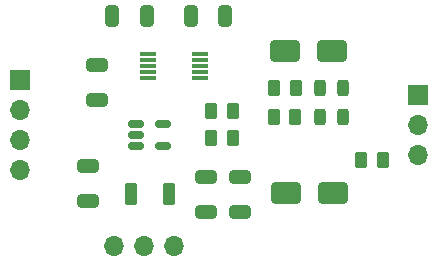
<source format=gbr>
%TF.GenerationSoftware,KiCad,Pcbnew,7.0.7-7.0.7~ubuntu22.04.1*%
%TF.CreationDate,2023-08-23T16:26:45+03:00*%
%TF.ProjectId,updi_hv_reset,75706469-5f68-4765-9f72-657365742e6b,rev?*%
%TF.SameCoordinates,Original*%
%TF.FileFunction,Soldermask,Top*%
%TF.FilePolarity,Negative*%
%FSLAX46Y46*%
G04 Gerber Fmt 4.6, Leading zero omitted, Abs format (unit mm)*
G04 Created by KiCad (PCBNEW 7.0.7-7.0.7~ubuntu22.04.1) date 2023-08-23 16:26:45*
%MOMM*%
%LPD*%
G01*
G04 APERTURE LIST*
G04 Aperture macros list*
%AMRoundRect*
0 Rectangle with rounded corners*
0 $1 Rounding radius*
0 $2 $3 $4 $5 $6 $7 $8 $9 X,Y pos of 4 corners*
0 Add a 4 corners polygon primitive as box body*
4,1,4,$2,$3,$4,$5,$6,$7,$8,$9,$2,$3,0*
0 Add four circle primitives for the rounded corners*
1,1,$1+$1,$2,$3*
1,1,$1+$1,$4,$5*
1,1,$1+$1,$6,$7*
1,1,$1+$1,$8,$9*
0 Add four rect primitives between the rounded corners*
20,1,$1+$1,$2,$3,$4,$5,0*
20,1,$1+$1,$4,$5,$6,$7,0*
20,1,$1+$1,$6,$7,$8,$9,0*
20,1,$1+$1,$8,$9,$2,$3,0*%
G04 Aperture macros list end*
%ADD10R,1.700000X1.700000*%
%ADD11O,1.700000X1.700000*%
%ADD12RoundRect,0.250000X-0.262500X-0.450000X0.262500X-0.450000X0.262500X0.450000X-0.262500X0.450000X0*%
%ADD13RoundRect,0.150000X-0.512500X-0.150000X0.512500X-0.150000X0.512500X0.150000X-0.512500X0.150000X0*%
%ADD14RoundRect,0.250000X0.650000X-0.325000X0.650000X0.325000X-0.650000X0.325000X-0.650000X-0.325000X0*%
%ADD15RoundRect,0.250000X-1.000000X-0.650000X1.000000X-0.650000X1.000000X0.650000X-1.000000X0.650000X0*%
%ADD16RoundRect,0.243750X0.243750X0.456250X-0.243750X0.456250X-0.243750X-0.456250X0.243750X-0.456250X0*%
%ADD17RoundRect,0.250000X-0.650000X0.325000X-0.650000X-0.325000X0.650000X-0.325000X0.650000X0.325000X0*%
%ADD18R,1.400000X0.300000*%
%ADD19RoundRect,0.250000X-0.275000X-0.700000X0.275000X-0.700000X0.275000X0.700000X-0.275000X0.700000X0*%
%ADD20RoundRect,0.250000X0.325000X0.650000X-0.325000X0.650000X-0.325000X-0.650000X0.325000X-0.650000X0*%
%ADD21RoundRect,0.250000X-0.325000X-0.650000X0.325000X-0.650000X0.325000X0.650000X-0.325000X0.650000X0*%
G04 APERTURE END LIST*
D10*
%TO.C,J2*%
X102190000Y-108570000D03*
D11*
X102190000Y-111110000D03*
X102190000Y-113650000D03*
X102190000Y-116190000D03*
%TD*%
D12*
%TO.C,R4*%
X123635000Y-111680000D03*
X125460000Y-111680000D03*
%TD*%
D13*
%TO.C,U2*%
X111945000Y-112260000D03*
X111945000Y-113210000D03*
X111945000Y-114160000D03*
X114220000Y-114160000D03*
X114220000Y-112260000D03*
%TD*%
D14*
%TO.C,C1*%
X107910000Y-118775000D03*
X107910000Y-115825000D03*
%TD*%
D15*
%TO.C,D4*%
X124550000Y-106050000D03*
X128550000Y-106050000D03*
%TD*%
D12*
%TO.C,R8*%
X131055000Y-115330000D03*
X132880000Y-115330000D03*
%TD*%
D16*
%TO.C,LED2*%
X129455000Y-111650000D03*
X127580000Y-111650000D03*
%TD*%
D10*
%TO.C,J1*%
X135880000Y-109825000D03*
D11*
X135880000Y-112365000D03*
X135880000Y-114905000D03*
%TD*%
D17*
%TO.C,C3*%
X108690000Y-107265000D03*
X108690000Y-110215000D03*
%TD*%
D15*
%TO.C,D3*%
X124672500Y-118120000D03*
X128672500Y-118120000D03*
%TD*%
D18*
%TO.C,U1*%
X112950000Y-106350000D03*
X112950000Y-106850000D03*
X112950000Y-107350000D03*
X112950000Y-107850000D03*
X112950000Y-108350000D03*
X117350000Y-108350000D03*
X117350000Y-107850000D03*
X117350000Y-107350000D03*
X117350000Y-106850000D03*
X117350000Y-106350000D03*
%TD*%
D14*
%TO.C,C4*%
X120760000Y-119725000D03*
X120760000Y-116775000D03*
%TD*%
D19*
%TO.C,L1*%
X111585000Y-118200000D03*
X114735000Y-118200000D03*
%TD*%
D12*
%TO.C,R3*%
X118357500Y-111140000D03*
X120182500Y-111140000D03*
%TD*%
D20*
%TO.C,C6*%
X119535000Y-103130000D03*
X116585000Y-103130000D03*
%TD*%
D14*
%TO.C,C5*%
X117880000Y-119725000D03*
X117880000Y-116775000D03*
%TD*%
D16*
%TO.C,LED1*%
X129455000Y-109220000D03*
X127580000Y-109220000D03*
%TD*%
D11*
%TO.C,J3*%
X115175000Y-122560000D03*
X112635000Y-122560000D03*
X110095000Y-122560000D03*
%TD*%
D12*
%TO.C,R2*%
X118347500Y-113400000D03*
X120172500Y-113400000D03*
%TD*%
D21*
%TO.C,C2*%
X109935000Y-103130000D03*
X112885000Y-103130000D03*
%TD*%
D12*
%TO.C,R1*%
X123685000Y-109210000D03*
X125510000Y-109210000D03*
%TD*%
M02*

</source>
